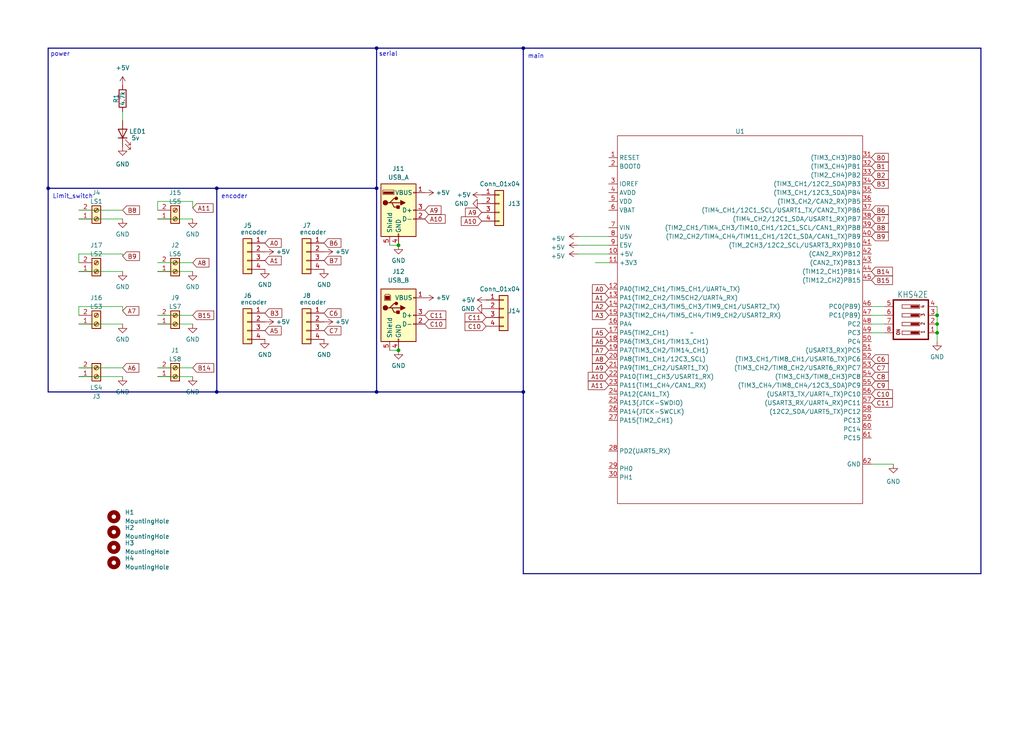
<source format=kicad_sch>
(kicad_sch (version 20230121) (generator eeschema)
  (paper "User" 297.002 212.319)
  (title_block (title "ALTAIR_MDD_V1") (date "2024-02-14") (rev "1.0.0") (company "-Altair-"))
  (lib_symbols
    (symbol "Connector:Screw_Terminal_01x02" (pin_names (offset 1.016) hide)
      (property "Reference" "J" (at 0 2.54 0))
      (property "Value" "Screw_Terminal_01x02" (at 0 -5.08 0))
      (symbol "Screw_Terminal_01x02_1_1"
        (rectangle (start -1.27 1.27) (end 1.27 -3.81) (stroke (width 0.254)) (fill (type background)))
        (circle (center 0 -2.54) (radius 0.635) (stroke (width 0.1524)))
        (polyline (pts (xy -0.5334 -2.2098) (xy 0.3302 -3.048)) (stroke (width 0.1524)))
        (polyline (pts (xy -0.5334 0.3302) (xy 0.3302 -0.508)) (stroke (width 0.1524)))
        (polyline (pts (xy -0.3556 -2.032) (xy 0.508 -2.8702)) (stroke (width 0.1524)))
        (polyline (pts (xy -0.3556 0.508) (xy 0.508 -0.3302)) (stroke (width 0.1524)))
        (circle (center 0 0) (radius 0.635) (stroke (width 0.1524)))
        (pin passive line (at -5.08 0 0) (length 3.81) (name "Pin_1") (number "1"))
        (pin passive line (at -5.08 -2.54 0) (length 3.81) (name "Pin_2") (number "2"))
      )
    )
    (symbol "Connector:USB_A" (pin_names (offset 1.016))
      (property "Reference" "J" (at -5.08 11.43 0))
      (property "Value" "USB_A" (at -5.08 8.89 0))
      (symbol "USB_A_0_1"
        (rectangle (start -5.08 -7.62) (end 5.08 7.62) (stroke (width 0.254)) (fill (type background)))
        (circle (center -3.81 2.159) (radius 0.635) (stroke (width 0.254)) (fill (type outline)))
        (rectangle (start -1.524 4.826) (end -4.318 5.334) (fill (type outline)))
        (rectangle (start -1.27 4.572) (end -4.572 5.842))
        (circle (center -0.635 3.429) (radius 0.381) (stroke (width 0.254)) (fill (type outline)))
        (rectangle (start -0.127 -7.62) (end 0.127 -6.858))
        (polyline (pts (xy -3.175 2.159) (xy -2.54 2.159) (xy -1.27 3.429) (xy -0.635 3.429)) (stroke (width 0.254)))
        (polyline (pts (xy -2.54 2.159) (xy -1.905 2.159) (xy -1.27 0.889) (xy 0 0.889)) (stroke (width 0.254)))
        (polyline (pts (xy 0.635 2.794) (xy 0.635 1.524) (xy 1.905 2.159) (xy 0.635 2.794)) (stroke (width 0.254)) (fill (type outline)))
        (rectangle (start 0.254 1.27) (end -0.508 0.508) (stroke (width 0.254)) (fill (type outline)))
        (rectangle (start 5.08 -2.667) (end 4.318 -2.413))
        (rectangle (start 5.08 -0.127) (end 4.318 0.127))
        (rectangle (start 5.08 4.953) (end 4.318 5.207))
      )
      (symbol "USB_A_1_1"
        (polyline (pts (xy -1.905 2.159) (xy 0.635 2.159)) (stroke (width 0.254)))
        (pin power_in line (at 7.62 5.08 180) (length 2.54) (name "VBUS") (number "1"))
        (pin bidirectional line (at 7.62 -2.54 180) (length 2.54) (name "D-") (number "2"))
        (pin bidirectional line (at 7.62 0 180) (length 2.54) (name "D+") (number "3"))
        (pin power_in line (at 0 -10.16 90) (length 2.54) (name "GND") (number "4"))
        (pin passive line (at -2.54 -10.16 90) (length 2.54) (name "Shield") (number "5"))
      )
    )
    (symbol "Connector:USB_B" (pin_names (offset 1.016))
      (property "Reference" "J" (at -5.08 11.43 0))
      (property "Value" "USB_B" (at -5.08 8.89 0))
      (symbol "USB_B_0_1"
        (rectangle (start -5.08 -7.62) (end 5.08 7.62) (stroke (width 0.254)) (fill (type background)))
        (circle (center -3.81 2.159) (radius 0.635) (stroke (width 0.254)) (fill (type outline)))
        (rectangle (start -3.81 5.588) (end -2.54 4.572) (fill (type outline)))
        (circle (center -0.635 3.429) (radius 0.381) (stroke (width 0.254)) (fill (type outline)))
        (rectangle (start -0.127 -7.62) (end 0.127 -6.858))
        (polyline (pts (xy -1.905 2.159) (xy 0.635 2.159)) (stroke (width 0.254)))
        (polyline (pts (xy -3.175 2.159) (xy -2.54 2.159) (xy -1.27 3.429) (xy -0.635 3.429)) (stroke (width 0.254)))
        (polyline (pts (xy -2.54 2.159) (xy -1.905 2.159) (xy -1.27 0.889) (xy 0 0.889)) (stroke (width 0.254)))
        (polyline (pts (xy 0.635 2.794) (xy 0.635 1.524) (xy 1.905 2.159) (xy 0.635 2.794)) (stroke (width 0.254)) (fill (type outline)))
        (polyline (pts (xy -4.064 4.318) (xy -2.286 4.318) (xy -2.286 5.715) (xy -2.667 6.096) (xy -3.683 6.096) (xy -4.064 5.715) (xy -4.064 4.318)))
        (rectangle (start 0.254 1.27) (end -0.508 0.508) (stroke (width 0.254)) (fill (type outline)))
        (rectangle (start 5.08 -2.667) (end 4.318 -2.413))
        (rectangle (start 5.08 -0.127) (end 4.318 0.127))
        (rectangle (start 5.08 4.953) (end 4.318 5.207))
      )
      (symbol "USB_B_1_1"
        (pin power_out line (at 7.62 5.08 180) (length 2.54) (name "VBUS") (number "1"))
        (pin bidirectional line (at 7.62 -2.54 180) (length 2.54) (name "D-") (number "2"))
        (pin bidirectional line (at 7.62 0 180) (length 2.54) (name "D+") (number "3"))
        (pin power_out line (at 0 -10.16 90) (length 2.54) (name "GND") (number "4"))
        (pin passive line (at -2.54 -10.16 90) (length 2.54) (name "Shield") (number "5"))
      )
    )
    (symbol "Connector_Generic:Conn_01x04" (pin_names (offset 1.016) hide)
      (property "Reference" "J" (at 0 5.08 0))
      (property "Value" "Conn_01x04" (at 0 -7.62 0))
      (symbol "Conn_01x04_1_1"
        (rectangle (start -1.27 -4.953) (end 0 -5.207) (stroke (width 0.1524)))
        (rectangle (start -1.27 -2.413) (end 0 -2.667) (stroke (width 0.1524)))
        (rectangle (start -1.27 0.127) (end 0 -0.127) (stroke (width 0.1524)))
        (rectangle (start -1.27 2.667) (end 0 2.413) (stroke (width 0.1524)))
        (rectangle (start -1.27 3.81) (end 1.27 -6.35) (stroke (width 0.254)) (fill (type background)))
        (pin passive line (at -5.08 2.54 0) (length 3.81) (name "Pin_1") (number "1"))
        (pin passive line (at -5.08 0 0) (length 3.81) (name "Pin_2") (number "2"))
        (pin passive line (at -5.08 -2.54 0) (length 3.81) (name "Pin_3") (number "3"))
        (pin passive line (at -5.08 -5.08 0) (length 3.81) (name "Pin_4") (number "4"))
      )
    )
    (symbol "Device:LED" (pin_numbers hide) (pin_names (offset 1.016) hide)
      (property "Reference" "D" (at 0 2.54 0))
      (property "Value" "LED" (at 0 -2.54 0))
      (symbol "LED_0_1"
        (polyline (pts (xy -1.27 -1.27) (xy -1.27 1.27)) (stroke (width 0.254)))
        (polyline (pts (xy -1.27 0) (xy 1.27 0)))
        (polyline (pts (xy 1.27 -1.27) (xy 1.27 1.27) (xy -1.27 0) (xy 1.27 -1.27)) (stroke (width 0.254)))
        (polyline (pts (xy -3.048 -0.762) (xy -4.572 -2.286) (xy -3.81 -2.286) (xy -4.572 -2.286) (xy -4.572 -1.524)))
        (polyline (pts (xy -1.778 -0.762) (xy -3.302 -2.286) (xy -2.54 -2.286) (xy -3.302 -2.286) (xy -3.302 -1.524)))
      )
      (symbol "LED_1_1"
        (pin passive line (at -3.81 0 0) (length 2.54) (name "K") (number "1"))
        (pin passive line (at 3.81 0 180) (length 2.54) (name "A") (number "2"))
      )
    )
    (symbol "Device:R" (pin_numbers hide) (pin_names (offset 0))
      (property "Reference" "R" (at 2.032 0 90))
      (property "Value" "R" (at 0 0 90))
      (symbol "R_0_1"
        (rectangle (start -1.016 -2.54) (end 1.016 2.54) (stroke (width 0.254)))
      )
      (symbol "R_1_1"
        (pin passive line (at 0 3.81 270) (length 1.27) (name "~") (number "1"))
        (pin passive line (at 0 -3.81 90) (length 1.27) (name "~") (number "2"))
      )
    )
    (symbol "Mechanical:MountingHole" (pin_names (offset 1.016))
      (property "Reference" "H" (at 0 5.08 0))
      (property "Value" "MountingHole" (at 0 3.175 0))
      (symbol "MountingHole_0_1"
        (circle (center 0 0) (radius 1.27) (stroke (width 1.27)))
      )
    )
    (symbol "power:+5V" (power) (pin_names (offset 0))
      (property "Value" "+5V" (at 0 3.556 0))
      (symbol "+5V_0_1"
        (polyline (pts (xy -0.762 1.27) (xy 0 2.54)))
        (polyline (pts (xy 0 0) (xy 0 2.54)))
        (polyline (pts (xy 0 2.54) (xy 0.762 1.27)))
      )
      (symbol "+5V_1_1"
        (pin power_in line (at 0 0 90) (length 0) hide (name "+5V") (number "1"))
      )
    )
    (symbol "power:GND" (power) (pin_names (offset 0))
      (property "Value" "GND" (at 0 -3.81 0))
      (symbol "GND_0_1"
        (polyline (pts (xy 0 0) (xy 0 -1.27) (xy 1.27 -1.27) (xy 0 -2.54) (xy -1.27 -1.27) (xy 0 -1.27)))
      )
      (symbol "GND_1_1"
        (pin power_in line (at 0 0 270) (length 0) hide (name "GND") (number "1"))
      )
    )
    (symbol "stm32F446RE-Nucleo:STM32F446RE-Nucleo"
      (property "Reference" "U" (at 0 0 0))
      (symbol "STM32F446RE-Nucleo_0_1"
        (polyline (pts (xy -21.59 57.15) (xy 49.53 57.15) (xy 49.53 -46.99) (xy 49.53 -49.53) (xy -21.59 -49.53) (xy -21.59 57.15)))
      )
      (symbol "STM32F446RE-Nucleo_1_1"
        (pin input line (at -24.13 50.8 0) (length 2.54) (name "RESET") (number "1"))
        (pin power_out line (at -24.13 22.86 0) (length 2.54) (name "+5V") (number "10"))
        (pin power_out line (at -24.13 20.32 0) (length 2.54) (name "+3V3") (number "11"))
        (pin bidirectional line (at -24.13 12.7 0) (length 2.54) (name "PA0(TIM2_CH1/TIM5_CH1/UART4_TX)") (number "12"))
        (pin bidirectional line (at -24.13 10.16 0) (length 2.54) (name "PA1(TIM2_CH2/TIM5CH2/UART4_RX)") (number "13"))
        (pin bidirectional line (at -24.13 7.62 0) (length 2.54) (name "PA2(TIM2_CH3/TIM5_CH3/TIM9_CH1/USART2_TX)") (number "14"))
        (pin bidirectional line (at -24.13 5.08 0) (length 2.54) (name "PA3(TIM2_CH4/TIM5_CH4/TIM9_CH2/USART2_RX)") (number "15"))
        (pin bidirectional line (at -24.13 2.54 0) (length 2.54) (name "PA4") (number "16"))
        (pin bidirectional line (at -24.13 0 0) (length 2.54) (name "PA5(TIM2_CH1)") (number "17"))
        (pin bidirectional line (at -24.13 -2.54 0) (length 2.54) (name "PA6(TIM3_CH1/TIM13_CH1)") (number "18"))
        (pin bidirectional line (at -24.13 -5.08 0) (length 2.54) (name "PA7(TIM3_CH2/TIM14_CH1)") (number "19"))
        (pin input line (at -24.13 48.26 0) (length 2.54) (name "BOOT0") (number "2"))
        (pin bidirectional line (at -24.13 -7.62 0) (length 2.54) (name "PA8(TIM1_CH1/12C3_SCL)") (number "20"))
        (pin bidirectional line (at -24.13 -10.16 0) (length 2.54) (name "PA9(TIM1_CH2/USART1_TX)") (number "21"))
        (pin bidirectional line (at -24.13 -12.7 0) (length 2.54) (name "PA10(TIM1_CH3/USART1_RX)") (number "22"))
        (pin bidirectional line (at -24.13 -15.24 0) (length 2.54) (name "PA11(TIM1_CH4/CAN1_RX)") (number "23"))
        (pin bidirectional line (at -24.13 -17.78 0) (length 2.54) (name "PA12(CAN1_TX)") (number "24"))
        (pin bidirectional line (at -24.13 -20.32 0) (length 2.54) (name "PA13(JTCK-SWDIO)") (number "25"))
        (pin bidirectional line (at -24.13 -22.86 0) (length 2.54) (name "PA14(JTCK-SWCLK)") (number "26"))
        (pin bidirectional line (at -24.13 -25.4 0) (length 2.54) (name "PA15(TIM2_CH1)") (number "27"))
        (pin bidirectional line (at -24.13 -34.29 0) (length 2.54) (name "PD2(UART5_RX)") (number "28"))
        (pin bidirectional line (at -24.13 -39.37 0) (length 2.54) (name "PH0") (number "29"))
        (pin input line (at -24.13 43.18 0) (length 2.54) (name "IOREF") (number "3"))
        (pin bidirectional line (at -24.13 -41.91 0) (length 2.54) (name "PH1") (number "30"))
        (pin bidirectional line (at 52.07 50.8 180) (length 2.54) (name "(TIM3_CH3)PB0") (number "31"))
        (pin bidirectional line (at 52.07 48.26 180) (length 2.54) (name "(TIM3_CH4)PB1") (number "32"))
        (pin bidirectional line (at 52.07 45.72 180) (length 2.54) (name "(TIM2_CH4)PB2") (number "33"))
        (pin bidirectional line (at 52.07 43.18 180) (length 2.54) (name "(TIM3_CH1/12C2_SDA)PB3") (number "34"))
        (pin bidirectional line (at 52.07 40.64 180) (length 2.54) (name "(TIM3_CH1/12C3_SDA)PB4") (number "35"))
        (pin bidirectional line (at 52.07 38.1 180) (length 2.54) (name "(TIM3_CH2/CAN2_RX)PB5") (number "36"))
        (pin bidirectional line (at 52.07 35.56 180) (length 2.54) (name "(TIM4_CH1/12C1_SCL/USART1_TX/CAN2_TX)PB6") (number "37"))
        (pin bidirectional line (at 52.07 33.02 180) (length 2.54) (name "(TIM4_CH2/12C1_SDA/USART1_RX)PB7") (number "38"))
        (pin bidirectional line (at 52.07 30.48 180) (length 2.54) (name "(TIM2_CH1/TIM4_CH3/TIM10_CH1/12C1_SCL/CAN1_RX)PB8") (number "39"))
        (pin input line (at -24.13 40.64 0) (length 2.54) (name "AVDD") (number "4"))
        (pin bidirectional line (at 52.07 27.94 180) (length 2.54) (name "(TIM2_CH2/TIM4_CH4/TIM11_CH1/12C1_SDA/CAN1_TX)PB9") (number "40"))
        (pin bidirectional line (at 52.07 25.4 180) (length 2.54) (name "(TIM_2CH3/12C2_SCL/USART3_RX)PB10") (number "41"))
        (pin bidirectional line (at 52.07 22.86 180) (length 2.54) (name "(CAN2_RX)PB12") (number "42"))
        (pin bidirectional line (at 52.07 20.32 180) (length 2.54) (name "(CAN2_TX)PB13") (number "43"))
        (pin bidirectional line (at 52.07 17.78 180) (length 2.54) (name "(TIM12_CH1)PB14") (number "44"))
        (pin bidirectional line (at 52.07 15.24 180) (length 2.54) (name "(TIM12_CH2)PB15") (number "45"))
        (pin bidirectional line (at 52.07 7.62 180) (length 2.54) (name "PC0(PB9)") (number "46"))
        (pin bidirectional line (at 52.07 5.08 180) (length 2.54) (name "PC1(PB9)") (number "47"))
        (pin bidirectional line (at 52.07 2.54 180) (length 2.54) (name "PC2") (number "48"))
        (pin bidirectional line (at 52.07 0 180) (length 2.54) (name "PC3") (number "49"))
        (pin input line (at -24.13 38.1 0) (length 2.54) (name "VDD") (number "5"))
        (pin bidirectional line (at 52.07 -2.54 180) (length 2.54) (name "PC4") (number "50"))
        (pin bidirectional line (at 52.07 -5.08 180) (length 2.54) (name "(USART3_RX)PC5") (number "51"))
        (pin bidirectional line (at 52.07 -7.62 180) (length 2.54) (name "(TIM3_CH1/TIM8_CH1/USART6_TX)PC6") (number "52"))
        (pin bidirectional line (at 52.07 -10.16 180) (length 2.54) (name "(TIM3_CH2/TIM8_CH2/USART6_RX)PC7") (number "53"))
        (pin bidirectional line (at 52.07 -12.7 180) (length 2.54) (name "(TIM3_CH3/TIM8_CH3)PC8") (number "54"))
        (pin bidirectional line (at 52.07 -15.24 180) (length 2.54) (name "(TIM3_CH4/TIM8_CH4/12C3_SDA)PC9") (number "55"))
        (pin bidirectional line (at 52.07 -17.78 180) (length 2.54) (name "(USART3_TX/UART4_TX)PC10") (number "56"))
        (pin bidirectional line (at 52.07 -20.32 180) (length 2.54) (name "(USART3_RX/UART4_RX)PC11") (number "57"))
        (pin bidirectional line (at 52.07 -22.86 180) (length 2.54) (name "(12C2_SDA/UART5_TX)PC12") (number "58"))
        (pin bidirectional line (at 52.07 -25.4 180) (length 2.54) (name "PC13") (number "59"))
        (pin input line (at -24.13 35.56 0) (length 2.54) (name "VBAT") (number "6"))
        (pin bidirectional line (at 52.07 -27.94 180) (length 2.54) (name "PC14") (number "60"))
        (pin bidirectional line (at 52.07 -30.48 180) (length 2.54) (name "PC15") (number "61"))
        (pin power_out line (at 52.07 -38.1 180) (length 2.54) (name "GND") (number "62"))
        (pin power_in line (at -24.13 30.48 0) (length 2.54) (name "VIN") (number "7"))
        (pin input line (at -24.13 27.94 0) (length 2.54) (name "U5V") (number "8"))
        (pin input line (at -24.13 25.4 0) (length 2.54) (name "E5V") (number "9"))
      )
    )
    (symbol "ver1-eagle-import:KHS42E"
      (symbol "KHS42E_1_0"
        (rectangle (start -2.794 -2.286) (end -2.286 0) (fill (type outline)))
        (rectangle (start -0.254 -2.286) (end 0.254 0) (fill (type outline)))
        (polyline (pts (xy -4.445 -5.08) (xy 6.985 -5.08)) (stroke (width 0.4064)))
        (polyline (pts (xy -4.445 5.08) (xy -4.445 -5.08)) (stroke (width 0.4064)))
        (polyline (pts (xy -3.048 -2.54) (xy -3.048 2.54)) (stroke (width 0.1524)))
        (polyline (pts (xy -3.048 2.54) (xy -2.032 2.54)) (stroke (width 0.1524)))
        (polyline (pts (xy -2.032 -2.54) (xy -3.048 -2.54)) (stroke (width 0.1524)))
        (polyline (pts (xy -2.032 2.54) (xy -2.032 -2.54)) (stroke (width 0.1524)))
        (polyline (pts (xy -0.508 -2.54) (xy -0.508 2.54)) (stroke (width 0.1524)))
        (polyline (pts (xy -0.508 2.54) (xy 0.508 2.54)) (stroke (width 0.1524)))
        (polyline (pts (xy 0.508 -2.54) (xy -0.508 -2.54)) (stroke (width 0.1524)))
        (polyline (pts (xy 0.508 2.54) (xy 0.508 -2.54)) (stroke (width 0.1524)))
        (polyline (pts (xy 2.032 -2.54) (xy 2.032 2.54)) (stroke (width 0.1524)))
        (polyline (pts (xy 2.032 2.54) (xy 3.048 2.54)) (stroke (width 0.1524)))
        (polyline (pts (xy 3.048 -2.54) (xy 2.032 -2.54)) (stroke (width 0.1524)))
        (polyline (pts (xy 3.048 2.54) (xy 3.048 -2.54)) (stroke (width 0.1524)))
        (polyline (pts (xy 4.572 -2.54) (xy 4.572 2.54)) (stroke (width 0.1524)))
        (polyline (pts (xy 4.572 2.54) (xy 5.588 2.54)) (stroke (width 0.1524)))
        (polyline (pts (xy 5.588 -2.54) (xy 4.572 -2.54)) (stroke (width 0.1524)))
        (polyline (pts (xy 5.588 2.54) (xy 5.588 -2.54)) (stroke (width 0.1524)))
        (polyline (pts (xy 6.985 -5.08) (xy 6.985 5.08)) (stroke (width 0.4064)))
        (polyline (pts (xy 6.985 5.08) (xy -4.445 5.08)) (stroke (width 0.4064)))
        (rectangle (start 2.286 -2.286) (end 2.794 0) (fill (type outline)))
        (rectangle (start 4.826 -2.286) (end 5.334 0) (fill (type outline)))
        (text "1" (at -2.794 -4.064 0) (effects (font (size 0.9906 0.842) (thickness 0.1684) bold) (justify left bottom)))
        (text "2" (at -0.381 -4.064 0) (effects (font (size 0.9906 0.842) (thickness 0.1684) bold) (justify left bottom)))
        (text "3" (at 2.159 -4.064 0) (effects (font (size 0.9906 0.842) (thickness 0.1684) bold) (justify left bottom)))
        (text "4" (at 4.572 -4.064 0) (effects (font (size 0.9906 0.842) (thickness 0.1684) bold) (justify left bottom)))
        (text "ON" (at -3.302 3.048 0) (effects (font (size 0.9906 0.842) (thickness 0.1684) bold) (justify left bottom)))
        (pin passive line (at -2.54 -7.62 90) (length 2.54) (name "1") (number "1"))
        (pin passive line (at 0 -7.62 90) (length 2.54) (name "2") (number "2"))
        (pin passive line (at 2.54 -7.62 90) (length 2.54) (name "3") (number "3"))
        (pin passive line (at 5.08 -7.62 90) (length 2.54) (name "4") (number "4"))
        (pin passive line (at 5.08 7.62 270) (length 2.54) (name "5") (number "5"))
        (pin passive line (at 2.54 7.62 270) (length 2.54) (name "6") (number "6"))
        (pin passive line (at 0 7.62 270) (length 2.54) (name "7") (number "7"))
        (pin passive line (at -2.54 7.62 270) (length 2.54) (name "8") (number "8"))
      )
    )
  )
  (junction (at 109.22 13.97))
  (junction (at 271.78 96.52))
  (junction (at 271.78 93.98))
  (junction (at 151.765 13.97))
  (junction (at 115.57 71.12))
  (junction (at 62.865 113.665))
  (junction (at 271.78 91.44))
  (junction (at 62.865 54.61))
  (junction (at 13.97 54.61))
  (junction (at 151.765 113.665))
  (junction (at 109.22 113.665))
  (junction (at 109.22 54.61))
  (junction (at 115.57 101.6))
  (wire (pts (xy 113.03 71.12) (xy 115.57 71.12)))
  (wire (pts (xy 252.73 134.62) (xy 259.08 134.62)))
  (wire (pts (xy 271.78 96.52) (xy 271.78 99.06)) (stroke (width 0.1524)))
  (wire (pts (xy 22.86 60.96) (xy 35.56 60.96)))
  (bus (pts (xy 284.48 166.37) (xy 151.765 166.37)))
  (bus (pts (xy 13.97 13.97) (xy 109.22 13.97)))
  (bus (pts (xy 151.765 113.665) (xy 151.765 166.37)))
  (wire (pts (xy 167.64 73.66) (xy 176.53 73.66)))
  (wire (pts (xy 167.64 68.58) (xy 176.53 68.58)))
  (wire (pts (xy 35.56 32.385) (xy 35.56 34.925)) (stroke (width 0.1524)))
  (wire (pts (xy 22.86 73.66) (xy 22.86 76.2)))
  (bus (pts (xy 62.865 54.61) (xy 109.22 54.61)))
  (wire (pts (xy 45.72 58.42) (xy 55.88 58.42)))
  (bus (pts (xy 13.97 13.97) (xy 13.97 54.61)))
  (wire (pts (xy 252.73 93.98) (xy 256.54 93.98)))
  (wire (pts (xy 22.86 73.66) (xy 35.56 73.66)))
  (wire (pts (xy 271.78 91.44) (xy 271.78 93.98)) (stroke (width 0.1524)))
  (wire (pts (xy 45.72 93.98) (xy 55.88 93.98)))
  (bus (pts (xy 109.22 54.61) (xy 109.22 13.97)))
  (wire (pts (xy 252.73 88.9) (xy 256.54 88.9)))
  (bus (pts (xy 151.765 13.97) (xy 151.765 113.665)))
  (wire (pts (xy 45.72 63.5) (xy 55.88 63.5)))
  (wire (pts (xy 45.72 78.74) (xy 55.88 78.74)))
  (wire (pts (xy 22.86 88.9) (xy 35.56 88.9)))
  (bus (pts (xy 109.22 13.97) (xy 151.765 13.97)))
  (wire (pts (xy 22.86 88.9) (xy 22.86 91.44)))
  (wire (pts (xy 35.56 88.9) (xy 35.56 90.17)))
  (bus (pts (xy 13.97 54.61) (xy 62.865 54.61)))
  (bus (pts (xy 13.97 113.665) (xy 62.865 113.665)))
  (bus (pts (xy 151.765 13.97) (xy 284.48 13.97)))
  (wire (pts (xy 55.88 58.42) (xy 55.88 60.325)))
  (wire (pts (xy 45.72 91.44) (xy 55.88 91.44)))
  (wire (pts (xy 45.72 106.68) (xy 55.88 106.68)))
  (wire (pts (xy 45.72 76.2) (xy 55.88 76.2)))
  (wire (pts (xy 113.03 101.6) (xy 115.57 101.6)))
  (wire (pts (xy 45.72 58.42) (xy 45.72 60.96)))
  (wire (pts (xy 271.78 88.9) (xy 271.78 91.44)) (stroke (width 0.1524)))
  (bus (pts (xy 109.22 54.61) (xy 109.22 113.665)))
  (wire (pts (xy 252.73 91.44) (xy 256.54 91.44)))
  (bus (pts (xy 109.22 113.665) (xy 151.765 113.665)))
  (bus (pts (xy 62.865 54.61) (xy 62.865 113.665)))
  (wire (pts (xy 22.86 63.5) (xy 35.56 63.5)))
  (wire (pts (xy 22.86 109.22) (xy 35.56 109.22)))
  (bus (pts (xy 13.97 54.61) (xy 13.97 113.665)))
  (wire (pts (xy 167.64 71.12) (xy 176.53 71.12)))
  (wire (pts (xy 22.86 106.68) (xy 35.56 106.68)))
  (bus (pts (xy 284.48 13.97) (xy 284.48 166.37)))
  (bus (pts (xy 62.865 113.665) (xy 109.22 113.665)))
  (wire (pts (xy 45.72 109.22) (xy 55.88 109.22)))
  (wire (pts (xy 35.56 73.66) (xy 35.56 74.295)))
  (wire (pts (xy 252.73 96.52) (xy 256.54 96.52)))
  (wire (pts (xy 271.78 93.98) (xy 271.78 96.52)) (stroke (width 0.1524)))
  (wire (pts (xy 172.614 76.2) (xy 176.53 76.2)))
  (wire (pts (xy 22.86 93.98) (xy 35.56 93.98)))
  (wire (pts (xy 22.86 78.74) (xy 35.56 78.74)))
  (text "serial" (at 109.855 16.51 0) (effects (font (size 1.27 1.27)) (justify left bottom)))
  (text "\nencoder\n" (at 64.135 57.785 0) (effects (font (size 1.27 1.27)) (justify left bottom)))
  (text "main\n" (at 153.035 17.145 0) (effects (font (size 1.27 1.27)) (justify left bottom)))
  (text "power\n" (at 14.605 16.51 0) (effects (font (size 1.27 1.27)) (justify left bottom)))
  (text "Limit_switch" (at 15.24 57.785 0) (effects (font (size 1.27 1.27)) (justify left bottom)))
  (global_label "C11" (shape input) (at 252.73 116.84 0) (property "Intersheetrefs" "${INTERSHEET_REFS}" (effects hide)))
  (global_label "C7" (shape input) (at 93.98 95.885 0) (property "Intersheetrefs" "${INTERSHEET_REFS}" (effects hide)))
  (global_label "B3" (shape input) (at 76.835 90.805 0) (property "Intersheetrefs" "${INTERSHEET_REFS}" (effects hide)))
  (global_label "C9" (shape input) (at 252.73 111.76 0) (property "Intersheetrefs" "${INTERSHEET_REFS}" (effects hide)))
  (global_label "A7" (shape input) (at 176.53 101.6 180) (property "Intersheetrefs" "${INTERSHEET_REFS}" (effects hide)))
  (global_label "A6" (shape input) (at 176.53 99.06 180) (property "Intersheetrefs" "${INTERSHEET_REFS}" (effects hide)))
  (global_label "C11" (shape input) (at 140.97 92.075 180) (property "Intersheetrefs" "${INTERSHEET_REFS}" (effects hide)))
  (global_label "C11" (shape input) (at 123.19 91.44 0) (property "Intersheetrefs" "${INTERSHEET_REFS}" (effects hide)))
  (global_label "C10" (shape input) (at 252.73 114.3 0) (property "Intersheetrefs" "${INTERSHEET_REFS}" (effects hide)))
  (global_label "C7" (shape input) (at 252.73 106.68 0) (property "Intersheetrefs" "${INTERSHEET_REFS}" (effects hide)))
  (global_label "A9" (shape input) (at 139.7 61.595 180) (property "Intersheetrefs" "${INTERSHEET_REFS}" (effects hide)))
  (global_label "A10" (shape input) (at 176.53 109.22 180) (property "Intersheetrefs" "${INTERSHEET_REFS}" (effects hide)))
  (global_label "B1" (shape input) (at 252.73 48.26 0) (property "Intersheetrefs" "${INTERSHEET_REFS}" (effects hide)))
  (global_label "A10" (shape input) (at 139.7 64.135 180) (property "Intersheetrefs" "${INTERSHEET_REFS}" (effects hide)))
  (global_label "A6" (shape input) (at 35.56 106.68 0) (property "Intersheetrefs" "${INTERSHEET_REFS}" (effects hide)))
  (global_label "B14" (shape input) (at 252.73 78.74 0) (property "Intersheetrefs" "${INTERSHEET_REFS}" (effects hide)))
  (global_label "A9" (shape input) (at 123.19 60.96 0) (property "Intersheetrefs" "${INTERSHEET_REFS}" (effects hide)))
  (global_label "A5" (shape input) (at 76.835 95.885 0) (property "Intersheetrefs" "${INTERSHEET_REFS}" (effects hide)))
  (global_label "A11" (shape input) (at 176.53 111.76 180) (property "Intersheetrefs" "${INTERSHEET_REFS}" (effects hide)))
  (global_label "A7" (shape input) (at 35.56 90.17 0) (property "Intersheetrefs" "${INTERSHEET_REFS}" (effects hide)))
  (global_label "B2" (shape input) (at 252.73 50.8 0) (property "Intersheetrefs" "${INTERSHEET_REFS}" (effects hide)))
  (global_label "A1" (shape input) (at 76.835 75.565 0) (property "Intersheetrefs" "${INTERSHEET_REFS}" (effects hide)))
  (global_label "C8" (shape input) (at 252.73 109.22 0) (property "Intersheetrefs" "${INTERSHEET_REFS}" (effects hide)))
  (global_label "A8" (shape input) (at 176.53 104.14 180) (property "Intersheetrefs" "${INTERSHEET_REFS}" (effects hide)))
  (global_label "A0" (shape input) (at 76.835 70.485 0) (property "Intersheetrefs" "${INTERSHEET_REFS}" (effects hide)))
  (global_label "B15" (shape input) (at 252.73 81.28 0) (property "Intersheetrefs" "${INTERSHEET_REFS}" (effects hide)))
  (global_label "B9" (shape input) (at 35.56 74.295 0) (property "Intersheetrefs" "${INTERSHEET_REFS}" (effects hide)))
  (global_label "A0" (shape input) (at 176.53 83.82 180) (property "Intersheetrefs" "${INTERSHEET_REFS}" (effects hide)))
  (global_label "C10" (shape input) (at 123.19 93.98 0) (property "Intersheetrefs" "${INTERSHEET_REFS}" (effects hide)))
  (global_label "B3" (shape input) (at 252.73 53.34 0) (property "Intersheetrefs" "${INTERSHEET_REFS}" (effects hide)))
  (global_label "A2" (shape input) (at 176.53 88.9 180) (property "Intersheetrefs" "${INTERSHEET_REFS}" (effects hide)))
  (global_label "A11" (shape input) (at 55.88 60.325 0) (property "Intersheetrefs" "${INTERSHEET_REFS}" (effects hide)))
  (global_label "B6" (shape input) (at 252.73 60.96 0) (property "Intersheetrefs" "${INTERSHEET_REFS}" (effects hide)))
  (global_label "C6" (shape input) (at 93.98 90.805 0) (property "Intersheetrefs" "${INTERSHEET_REFS}" (effects hide)))
  (global_label "C6" (shape input) (at 252.73 104.14 0) (property "Intersheetrefs" "${INTERSHEET_REFS}" (effects hide)))
  (global_label "B0" (shape input) (at 252.73 45.72 0) (property "Intersheetrefs" "${INTERSHEET_REFS}" (effects hide)))
  (global_label "B15" (shape input) (at 55.88 91.44 0) (property "Intersheetrefs" "${INTERSHEET_REFS}" (effects hide)))
  (global_label "B8" (shape input) (at 252.73 66.04 0) (property "Intersheetrefs" "${INTERSHEET_REFS}" (effects hide)))
  (global_label "B9" (shape input) (at 252.73 68.58 0) (property "Intersheetrefs" "${INTERSHEET_REFS}" (effects hide)))
  (global_label "C10" (shape input) (at 140.97 94.615 180) (property "Intersheetrefs" "${INTERSHEET_REFS}" (effects hide)))
  (global_label "B8" (shape input) (at 35.56 60.96 0) (property "Intersheetrefs" "${INTERSHEET_REFS}" (effects hide)))
  (global_label "A10" (shape input) (at 123.19 63.5 0) (property "Intersheetrefs" "${INTERSHEET_REFS}" (effects hide)))
  (global_label "B6" (shape input) (at 93.98 70.485 0) (property "Intersheetrefs" "${INTERSHEET_REFS}" (effects hide)))
  (global_label "A8" (shape input) (at 55.88 76.2 0) (property "Intersheetrefs" "${INTERSHEET_REFS}" (effects hide)))
  (global_label "B7" (shape input) (at 93.98 75.565 0) (property "Intersheetrefs" "${INTERSHEET_REFS}" (effects hide)))
  (global_label "A9" (shape input) (at 176.53 106.68 180) (property "Intersheetrefs" "${INTERSHEET_REFS}" (effects hide)))
  (global_label "A1" (shape input) (at 176.53 86.36 180) (property "Intersheetrefs" "${INTERSHEET_REFS}" (effects hide)))
  (global_label "B7" (shape input) (at 252.73 63.5 0) (property "Intersheetrefs" "${INTERSHEET_REFS}" (effects hide)))
  (global_label "A5" (shape input) (at 176.53 96.52 180) (property "Intersheetrefs" "${INTERSHEET_REFS}" (effects hide)))
  (global_label "B14" (shape input) (at 55.88 106.68 0) (property "Intersheetrefs" "${INTERSHEET_REFS}" (effects hide)))
  (global_label "A3" (shape input) (at 176.53 91.44 180) (property "Intersheetrefs" "${INTERSHEET_REFS}" (effects hide)))
  (symbol (lib_id "power:GND") (at 55.88 93.98 0) (unit 1)
    (property "Reference" "#PWR016" (effects hide))
    (property "Value" "GND" (at 55.88 98.425 0))
  )
  (symbol (lib_id "Mechanical:MountingHole") (at 33.02 163.195 0) (unit 1)
    (property "Reference" "H4" (at 36.195 161.925 0) (effects (justify left)))
    (property "Value" "MountingHole" (at 36.195 164.465 0) (effects (justify left)))
    (property "Footprint" "MountingHole:MountingHole_3.2mm_M3" (effects hide))
  )
  (symbol (lib_id "power:GND") (at 76.835 78.105 0) (unit 1)
    (property "Reference" "#PWR035" (effects hide))
    (property "Value" "GND" (at 76.835 82.55 0))
  )
  (symbol (lib_id "power:GND") (at 259.08 134.62 0) (unit 1)
    (property "Reference" "#PWR06" (effects hide))
    (property "Value" "GND" (at 259.08 139.6555 0))
  )
  (symbol (lib_id "Connector:Screw_Terminal_01x02") (at 27.94 63.5 0) (mirror x) (unit 1)
    (property "Reference" "J4" (at 27.94 55.88 0))
    (property "Value" "LS1" (at 27.94 58.42 0))
    (property "Footprint" "Connector_JST:JST_XA_S02B-XASK-1_1x02_P2.50mm_Horizontal" (effects hide))
  )
  (symbol (lib_id "power:GND") (at 139.7 59.055 270) (unit 1)
    (property "Reference" "#PWR025" (effects hide))
    (property "Value" "GND" (at 135.89 59.055 90) (effects (justify right)))
  )
  (symbol (lib_id "Connector:Screw_Terminal_01x02") (at 27.94 78.74 0) (mirror x) (unit 1)
    (property "Reference" "J17" (at 27.94 71.12 0))
    (property "Value" "LS2" (at 27.94 73.66 0))
    (property "Footprint" "Connector_JST:JST_XA_S02B-XASK-1_1x02_P2.50mm_Horizontal" (effects hide))
  )
  (symbol (lib_id "power:GND") (at 55.88 78.74 0) (unit 1)
    (property "Reference" "#PWR022" (effects hide))
    (property "Value" "GND" (at 55.88 83.185 0))
  )
  (symbol (lib_id "Mechanical:MountingHole") (at 33.02 154.305 0) (unit 1)
    (property "Reference" "H2" (at 36.195 153.035 0) (effects (justify left)))
    (property "Value" "MountingHole" (at 36.195 155.575 0) (effects (justify left)))
    (property "Footprint" "MountingHole:MountingHole_3.2mm_M3" (effects hide))
  )
  (symbol (lib_id "power:GND") (at 55.88 63.5 0) (unit 1)
    (property "Reference" "#PWR021" (effects hide))
    (property "Value" "GND" (at 55.88 67.945 0))
  )
  (symbol (lib_id "power:GND") (at 115.57 101.6 0) (unit 1)
    (property "Reference" "#PWR075" (effects hide))
    (property "Value" "GND" (at 115.57 106.045 0))
  )
  (symbol (lib_id "power:+5V") (at 35.56 24.765 0) (unit 1)
    (property "Reference" "#PWR027" (effects hide))
    (property "Value" "+5V" (at 35.56 19.685 0))
  )
  (symbol (lib_id "Connector:Screw_Terminal_01x02") (at 50.8 78.74 0) (mirror x) (unit 1)
    (property "Reference" "J2" (at 50.8 71.12 0))
    (property "Value" "LS6" (at 50.8 73.66 0))
    (property "Footprint" "Connector_JST:JST_XA_S02B-XASK-1_1x02_P2.50mm_Horizontal" (effects hide))
  )
  (symbol (lib_id "Connector:Screw_Terminal_01x02") (at 50.8 93.98 0) (mirror x) (unit 1)
    (property "Reference" "J9" (at 50.8 86.36 0))
    (property "Value" "LS7" (at 50.8 88.9 0))
    (property "Footprint" "Connector_JST:JST_XA_S02B-XASK-1_1x02_P2.50mm_Horizontal" (effects hide))
  )
  (symbol (lib_id "Connector_Generic:Conn_01x04") (at 88.9 73.025 0) (mirror y) (unit 1)
    (property "Reference" "J7" (at 90.17 65.405 0) (effects (justify left)))
    (property "Value" "encoder" (at 94.615 67.31 0) (effects (justify left)))
    (property "Footprint" "Connector_JST:JST_XA_S04B-XASK-1_1x04_P2.50mm_Horizontal" (effects hide))
  )
  (symbol (lib_id "Connector_Generic:Conn_01x04") (at 88.9 93.345 0) (mirror y) (unit 1)
    (property "Reference" "J8" (at 90.17 85.725 0) (effects (justify left)))
    (property "Value" "encoder" (at 94.615 87.63 0) (effects (justify left)))
    (property "Footprint" "Connector_JST:JST_XA_S04B-XASK-1_1x04_P2.50mm_Horizontal" (effects hide))
  )
  (symbol (lib_id "power:+5V") (at 140.97 86.995 90) (mirror x) (unit 1)
    (property "Reference" "#PWR030" (effects hide))
    (property "Value" "+5V" (at 137.795 86.995 90) (effects (justify left)))
  )
  (symbol (lib_id "ver1-eagle-import:KHS42E") (at 264.16 93.98 90) (unit 1)
    (property "Reference" "S2" (effects hide))
    (property "Value" "KHS42E" (at 269.24 84.455 90) (effects (font (size 1.778 1.5113)) (justify left bottom)))
    (property "Footprint" "SamacSys:NE555DR" (effects hide))
  )
  (symbol (lib_id "power:GND") (at 271.78 99.06 0) (mirror y) (unit 1)
    (property "Reference" "#PWR05" (effects hide))
    (property "Value" "GND" (at 271.78 103.505 0))
  )
  (symbol (lib_id "power:+5V") (at 123.19 55.88 270) (unit 1)
    (property "Reference" "#PWR072" (effects hide))
    (property "Value" "+5V" (at 126.365 55.88 90) (effects (justify left)))
  )
  (symbol (lib_id "power:GND") (at 115.57 71.12 0) (unit 1)
    (property "Reference" "#PWR074" (effects hide))
    (property "Value" "GND" (at 115.57 75.565 0))
  )
  (symbol (lib_id "Connector_Generic:Conn_01x04") (at 71.755 73.025 0) (mirror y) (unit 1)
    (property "Reference" "J5" (at 73.025 65.405 0) (effects (justify left)))
    (property "Value" "encoder" (at 77.47 67.31 0) (effects (justify left)))
    (property "Footprint" "Connector_JST:JST_XA_S04B-XASK-1_1x04_P2.50mm_Horizontal" (effects hide))
  )
  (symbol (lib_id "Device:LED") (at 35.56 38.735 90) (unit 1)
    (property "Reference" "LED1" (at 37.465 38.1 90) (effects (justify right)))
    (property "Value" "5v" (at 38.1 40.005 90) (effects (justify right)))
    (property "Footprint" "LED_SMD:LED_0603_1608Metric" (effects hide))
  )
  (symbol (lib_id "power:GND") (at 55.88 109.22 0) (unit 1)
    (property "Reference" "#PWR015" (effects hide))
    (property "Value" "GND" (at 55.88 113.665 0))
  )
  (symbol (lib_id "Connector:USB_B") (at 115.57 91.44 0) (unit 1)
    (property "Reference" "J12" (at 115.57 78.74 0))
    (property "Value" "USB_B" (at 115.57 81.28 0))
    (property "Footprint" "Connector_USB:USB_B_Lumberg_2411_02_Horizontal" (effects hide))
    (property "Datasheet" " ~" (effects hide))
  )
  (symbol (lib_id "power:GND") (at 35.56 78.74 0) (unit 1)
    (property "Reference" "#PWR040" (effects hide))
    (property "Value" "GND" (at 35.56 83.185 0))
  )
  (symbol (lib_id "power:GND") (at 93.98 78.105 0) (unit 1)
    (property "Reference" "#PWR034" (effects hide))
    (property "Value" "GND" (at 93.98 82.55 0))
  )
  (symbol (lib_id "Connector_Generic:Conn_01x04") (at 146.05 89.535 0) (unit 1)
    (property "Reference" "J14" (at 147.32 90.17 0) (effects (justify left)))
    (property "Value" "Conn_01x04" (at 139.065 83.82 0) (effects (justify left)))
    (property "Footprint" "Connector_JST:JST_XA_B04B-XASK-1_1x04_P2.50mm_Vertical" (effects hide))
  )
  (symbol (lib_id "stm32F446RE-Nucleo:STM32F446RE-Nucleo") (at 200.66 96.52 0) (unit 1)
    (property "Reference" "U1" (at 214.63 38.1 0))
    (property "Value" "~" (at 200.66 96.52 0))
    (property "Footprint" "stm32F446RE-Nucleo:STM32F446RE_Nucleo" (effects hide))
  )
  (symbol (lib_id "power:+5V") (at 76.835 93.345 270) (unit 1)
    (property "Reference" "#PWR038" (effects hide))
    (property "Value" "+5V" (at 80.01 93.345 90) (effects (justify left)))
  )
  (symbol (lib_id "power:GND") (at 93.98 98.425 0) (unit 1)
    (property "Reference" "#PWR033" (effects hide))
    (property "Value" "GND" (at 93.98 102.87 0))
  )
  (symbol (lib_id "Connector:Screw_Terminal_01x02") (at 50.8 63.5 0) (mirror x) (unit 1)
    (property "Reference" "J15" (at 50.8 55.88 0))
    (property "Value" "LS5" (at 50.8 58.42 0))
    (property "Footprint" "Connector_JST:JST_XA_S02B-XASK-1_1x02_P2.50mm_Horizontal" (effects hide))
  )
  (symbol (lib_id "Connector:Screw_Terminal_01x02") (at 27.94 93.98 0) (mirror x) (unit 1)
    (property "Reference" "J16" (at 27.94 86.36 0))
    (property "Value" "LS3" (at 27.94 88.9 0))
    (property "Footprint" "Connector_JST:JST_XA_S02B-XASK-1_1x02_P2.50mm_Horizontal" (effects hide))
  )
  (symbol (lib_id "power:+5V") (at 93.98 93.345 270) (unit 1)
    (property "Reference" "#PWR039" (effects hide))
    (property "Value" "+5V" (at 97.155 93.345 90) (effects (justify left)))
  )
  (symbol (lib_id "power:GND") (at 35.56 42.545 0) (unit 1)
    (property "Reference" "#PWR04" (effects hide))
    (property "Value" "GND" (at 35.56 47.625 0))
  )
  (symbol (lib_id "Mechanical:MountingHole") (at 33.02 158.75 0) (unit 1)
    (property "Reference" "H3" (at 36.195 157.48 0) (effects (justify left)))
    (property "Value" "MountingHole" (at 36.195 160.02 0) (effects (justify left)))
    (property "Footprint" "MountingHole:MountingHole_3.2mm_M3" (effects hide))
  )
  (symbol (lib_id "power:GND") (at 35.56 109.22 0) (unit 1)
    (property "Reference" "#PWR023" (effects hide))
    (property "Value" "GND" (at 35.56 113.665 0))
  )
  (symbol (lib_id "Mechanical:MountingHole") (at 33.02 149.86 0) (unit 1)
    (property "Reference" "H1" (at 36.195 148.59 0) (effects (justify left)))
    (property "Value" "MountingHole" (at 36.195 151.13 0) (effects (justify left)))
    (property "Footprint" "MountingHole:MountingHole_3.2mm_M3" (effects hide))
  )
  (symbol (lib_id "Connector:Screw_Terminal_01x02") (at 27.94 109.22 0) (mirror x) (unit 1)
    (property "Reference" "J3" (at 27.94 114.935 0))
    (property "Value" "LS4" (at 27.94 112.395 0))
    (property "Footprint" "Connector_JST:JST_XA_S02B-XASK-1_1x02_P2.50mm_Horizontal" (effects hide))
  )
  (symbol (lib_id "power:+5V") (at 76.835 73.025 270) (unit 1)
    (property "Reference" "#PWR036" (effects hide))
    (property "Value" "+5V" (at 80.01 73.025 90) (effects (justify left)))
  )
  (symbol (lib_id "Device:R") (at 35.56 28.575 180) (unit 1)
    (property "Reference" "R1" (at 33.655 28.575 90))
    (property "Value" "4.7k" (at 35.56 28.575 90))
    (property "Footprint" "Resistor_SMD:R_0603_1608Metric" (effects hide))
  )
  (symbol (lib_id "Connector_Generic:Conn_01x04") (at 71.755 93.345 0) (mirror y) (unit 1)
    (property "Reference" "J6" (at 73.025 85.725 0) (effects (justify left)))
    (property "Value" "encoder" (at 77.47 87.63 0) (effects (justify left)))
    (property "Footprint" "Connector_JST:JST_XA_S04B-XASK-1_1x04_P2.50mm_Horizontal" (effects hide))
  )
  (symbol (lib_id "power:+5V") (at 167.64 73.66 90) (unit 1)
    (property "Reference" "#PWR018" (effects hide))
    (property "Value" "+5V" (at 163.83 74.295 90) (effects (justify left)))
  )
  (symbol (lib_id "power:+5V") (at 167.64 71.12 90) (unit 1)
    (property "Reference" "#PWR08" (effects hide))
    (property "Value" "+5V" (at 163.83 71.755 90) (effects (justify left)))
  )
  (symbol (lib_id "power:+5V") (at 167.64 68.58 90) (unit 1)
    (property "Reference" "#PWR07" (effects hide))
    (property "Value" "+5V" (at 163.83 69.215 90) (effects (justify left)))
  )
  (symbol (lib_id "Connector:USB_A") (at 115.57 60.96 0) (unit 1)
    (property "Reference" "J11" (at 115.57 48.895 0))
    (property "Value" "USB_A" (at 115.57 51.435 0))
    (property "Footprint" "Connector_USB:USB_A_Molex_67643_Horizontal" (effects hide))
    (property "Datasheet" " ~" (effects hide))
  )
  (symbol (lib_id "power:GND") (at 35.56 93.98 0) (unit 1)
    (property "Reference" "#PWR041" (effects hide))
    (property "Value" "GND" (at 35.56 98.425 0))
  )
  (symbol (lib_id "power:GND") (at 76.835 98.425 0) (unit 1)
    (property "Reference" "#PWR032" (effects hide))
    (property "Value" "GND" (at 76.835 102.87 0))
  )
  (symbol (lib_id "power:GND") (at 140.97 89.535 270) (unit 1)
    (property "Reference" "#PWR031" (effects hide))
    (property "Value" "GND" (at 137.795 89.535 90) (effects (justify right)))
  )
  (symbol (lib_id "power:+5V") (at 93.98 73.025 270) (unit 1)
    (property "Reference" "#PWR037" (effects hide))
    (property "Value" "+5V" (at 97.155 73.025 90) (effects (justify left)))
  )
  (symbol (lib_id "power:GND") (at 35.56 63.5 0) (unit 1)
    (property "Reference" "#PWR028" (effects hide))
    (property "Value" "GND" (at 35.56 67.945 0))
  )
  (symbol (lib_id "Connector:Screw_Terminal_01x02") (at 50.8 109.22 0) (mirror x) (unit 1)
    (property "Reference" "J1" (at 50.8 101.6 0))
    (property "Value" "LS8" (at 50.8 104.14 0))
    (property "Footprint" "Connector_JST:JST_XA_S02B-XASK-1_1x02_P2.50mm_Horizontal" (effects hide))
  )
  (symbol (lib_id "Connector_Generic:Conn_01x04") (at 144.78 59.055 0) (unit 1)
    (property "Reference" "J13" (at 147.32 59.055 0) (effects (justify left)))
    (property "Value" "Conn_01x04" (at 139.065 53.34 0) (effects (justify left)))
    (property "Footprint" "Connector_JST:JST_XA_B04B-XASK-1_1x04_P2.50mm_Vertical" (effects hide))
  )
  (symbol (lib_id "power:+5V") (at 139.7 56.515 90) (unit 1)
    (property "Reference" "#PWR024" (effects hide))
    (property "Value" "+5V" (at 136.525 56.515 90) (effects (justify left)))
  )
  (symbol (lib_id "power:+5V") (at 123.19 86.36 270) (unit 1)
    (property "Reference" "#PWR073" (effects hide))
    (property "Value" "+5V" (at 126.365 86.36 90) (effects (justify left)))
  )
)
</source>
